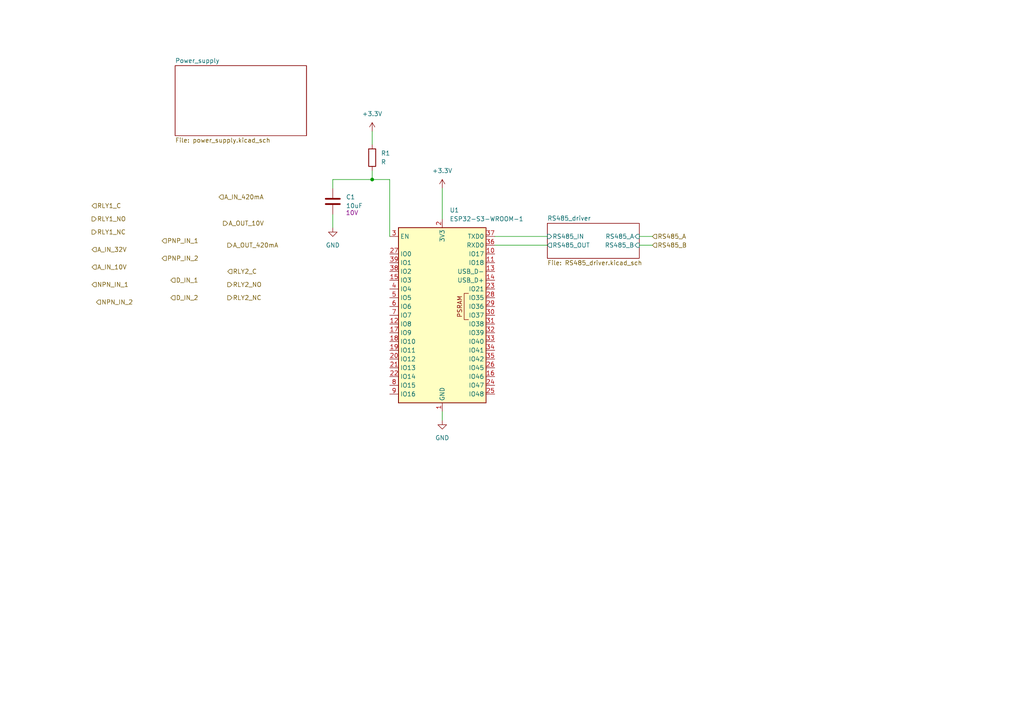
<source format=kicad_sch>
(kicad_sch (version 20250114) (generator "eeschema") (generator_version "9.0")
  (paper "A4")
  (lib_symbols
    (symbol "Device:C" (pin_numbers (hide yes)) (pin_names (offset 0.254))
      (property "Reference" "C" (at 0.635 2.54 0))
      (property "Value" "C" (at 0.635 -2.54 0))
      (symbol "C_0_1"
        (polyline (pts (xy -2.032 0.762) (xy 2.032 0.762)) (stroke (width 0.508)))
        (polyline (pts (xy -2.032 -0.762) (xy 2.032 -0.762)) (stroke (width 0.508)))
      )
      (symbol "C_1_1"
        (pin passive line (at 0 3.81 270) (length 2.794) (name "~") (number "1"))
        (pin passive line (at 0 -3.81 90) (length 2.794) (name "~") (number "2"))
      )
    )
    (symbol "Device:R" (pin_numbers (hide yes)) (pin_names (offset 0))
      (property "Reference" "R" (at 2.032 0 90))
      (property "Value" "R" (at 0 0 90))
      (symbol "R_0_1"
        (rectangle (start -1.016 -2.54) (end 1.016 2.54) (stroke (width 0.254)))
      )
      (symbol "R_1_1"
        (pin passive line (at 0 3.81 270) (length 1.27) (name "~") (number "1"))
        (pin passive line (at 0 -3.81 90) (length 1.27) (name "~") (number "2"))
      )
    )
    (symbol "RF_Module:ESP32-S3-WROOM-1"
      (property "Reference" "U" (at -12.7 26.67 0))
      (property "Value" "ESP32-S3-WROOM-1" (at 12.7 26.67 0))
      (symbol "ESP32-S3-WROOM-1_0_0"
        (rectangle (start -12.7 25.4) (end 12.7 -25.4) (stroke (width 0.254)) (fill (type background)))
        (text "PSRAM" (at 5.08 2.54 900) (effects (font (size 1.27 1.27))))
      )
      (symbol "ESP32-S3-WROOM-1_0_1"
        (polyline (pts (xy 7.62 -1.27) (xy 6.35 -1.27) (xy 6.35 6.35) (xy 7.62 6.35)))
      )
      (symbol "ESP32-S3-WROOM-1_1_1"
        (pin input line (at -15.24 22.86 0) (length 2.54) (name "EN") (number "3"))
        (pin bidirectional line (at -15.24 17.78 0) (length 2.54) (name "IO0") (number "27"))
        (pin bidirectional line (at -15.24 15.24 0) (length 2.54) (name "IO1") (number "39"))
        (pin bidirectional line (at -15.24 12.7 0) (length 2.54) (name "IO2") (number "38"))
        (pin bidirectional line (at -15.24 10.16 0) (length 2.54) (name "IO3") (number "15"))
        (pin bidirectional line (at -15.24 7.62 0) (length 2.54) (name "IO4") (number "4"))
        (pin bidirectional line (at -15.24 5.08 0) (length 2.54) (name "IO5") (number "5"))
        (pin bidirectional line (at -15.24 2.54 0) (length 2.54) (name "IO6") (number "6"))
        (pin bidirectional line (at -15.24 0 0) (length 2.54) (name "IO7") (number "7"))
        (pin bidirectional line (at -15.24 -2.54 0) (length 2.54) (name "IO8") (number "12"))
        (pin bidirectional line (at -15.24 -5.08 0) (length 2.54) (name "IO9") (number "17"))
        (pin bidirectional line (at -15.24 -7.62 0) (length 2.54) (name "IO10") (number "18"))
        (pin bidirectional line (at -15.24 -10.16 0) (length 2.54) (name "IO11") (number "19"))
        (pin bidirectional line (at -15.24 -12.7 0) (length 2.54) (name "IO12") (number "20"))
        (pin bidirectional line (at -15.24 -15.24 0) (length 2.54) (name "IO13") (number "21"))
        (pin bidirectional line (at -15.24 -17.78 0) (length 2.54) (name "IO14") (number "22"))
        (pin bidirectional line (at -15.24 -20.32 0) (length 2.54) (name "IO15") (number "8"))
        (pin bidirectional line (at -15.24 -22.86 0) (length 2.54) (name "IO16") (number "9"))
        (pin power_in line (at 0 27.94 270) (length 2.54) (name "3V3") (number "2"))
        (pin power_in line (at 0 -27.94 90) (length 2.54) (name "GND") (number "1"))
        (pin passive line (at 0 -27.94 90) (length 2.54) (hide yes) (name "GND") (number "40"))
        (pin passive line (at 0 -27.94 90) (length 2.54) (hide yes) (name "GND") (number "41"))
        (pin bidirectional line (at 15.24 22.86 180) (length 2.54) (name "TXD0") (number "37"))
        (pin bidirectional line (at 15.24 20.32 180) (length 2.54) (name "RXD0") (number "36"))
        (pin bidirectional line (at 15.24 17.78 180) (length 2.54) (name "IO17") (number "10"))
        (pin bidirectional line (at 15.24 15.24 180) (length 2.54) (name "IO18") (number "11"))
        (pin bidirectional line (at 15.24 12.7 180) (length 2.54) (name "USB_D-") (number "13"))
        (pin bidirectional line (at 15.24 10.16 180) (length 2.54) (name "USB_D+") (number "14"))
        (pin bidirectional line (at 15.24 7.62 180) (length 2.54) (name "IO21") (number "23"))
        (pin bidirectional line (at 15.24 5.08 180) (length 2.54) (name "IO35") (number "28"))
        (pin bidirectional line (at 15.24 2.54 180) (length 2.54) (name "IO36") (number "29"))
        (pin bidirectional line (at 15.24 0 180) (length 2.54) (name "IO37") (number "30"))
        (pin bidirectional line (at 15.24 -2.54 180) (length 2.54) (name "IO38") (number "31"))
        (pin bidirectional line (at 15.24 -5.08 180) (length 2.54) (name "IO39") (number "32"))
        (pin bidirectional line (at 15.24 -7.62 180) (length 2.54) (name "IO40") (number "33"))
        (pin bidirectional line (at 15.24 -10.16 180) (length 2.54) (name "IO41") (number "34"))
        (pin bidirectional line (at 15.24 -12.7 180) (length 2.54) (name "IO42") (number "35"))
        (pin bidirectional line (at 15.24 -15.24 180) (length 2.54) (name "IO45") (number "26"))
        (pin bidirectional line (at 15.24 -17.78 180) (length 2.54) (name "IO46") (number "16"))
        (pin bidirectional line (at 15.24 -20.32 180) (length 2.54) (name "IO47") (number "24"))
        (pin bidirectional line (at 15.24 -22.86 180) (length 2.54) (name "IO48") (number "25"))
      )
    )
    (symbol "power:+3.3V" (power) (pin_numbers (hide yes)) (pin_names (offset 0) (hide yes))
      (property "Value" "+3.3V" (at 0 3.556 0))
      (symbol "+3.3V_0_1"
        (polyline (pts (xy -0.762 1.27) (xy 0 2.54)))
        (polyline (pts (xy 0 2.54) (xy 0.762 1.27)))
        (polyline (pts (xy 0 0) (xy 0 2.54)))
      )
      (symbol "+3.3V_1_1"
        (pin power_in line (at 0 0 90) (length 0) (name "~") (number "1"))
      )
    )
    (symbol "power:GND" (power) (pin_numbers (hide yes)) (pin_names (offset 0) (hide yes))
      (property "Value" "GND" (at 0 -3.81 0))
      (symbol "GND_0_1"
        (polyline (pts (xy 0 0) (xy 0 -1.27) (xy 1.27 -1.27) (xy 0 -2.54) (xy -1.27 -1.27) (xy 0 -1.27)))
      )
      (symbol "GND_1_1"
        (pin power_in line (at 0 0 270) (length 0) (name "~") (number "1"))
      )
    )
  )
  (junction (at 107.95 52.07))
  (wire (pts (xy 107.95 38.1) (xy 107.95 41.91)))
  (wire (pts (xy 185.42 68.58) (xy 189.23 68.58)))
  (wire (pts (xy 143.51 68.58) (xy 158.75 68.58)))
  (wire (pts (xy 113.03 52.07) (xy 113.03 68.58)))
  (wire (pts (xy 128.27 119.38) (xy 128.27 121.92)))
  (wire (pts (xy 143.51 71.12) (xy 158.75 71.12)))
  (wire (pts (xy 128.27 54.61) (xy 128.27 63.5)))
  (wire (pts (xy 96.52 52.07) (xy 107.95 52.07)))
  (wire (pts (xy 96.52 54.61) (xy 96.52 52.07)))
  (wire (pts (xy 107.95 52.07) (xy 113.03 52.07)))
  (wire (pts (xy 107.95 49.53) (xy 107.95 52.07)))
  (wire (pts (xy 96.52 62.23) (xy 96.52 66.04)))
  (wire (pts (xy 185.42 71.12) (xy 189.23 71.12)))
  (hierarchical_label "RLY2_NO" (shape output) (at 66.04 82.55 0))
  (hierarchical_label "D_IN_1" (shape input) (at 49.53 81.28 0))
  (hierarchical_label "RS485_B" (shape input) (at 189.23 71.12 0))
  (hierarchical_label "D_IN_2" (shape input) (at 49.53 86.36 0))
  (hierarchical_label "A_OUT_420mA" (shape output) (at 66.04 71.12 0))
  (hierarchical_label "RLY1_NO" (shape output) (at 26.67 63.5 0))
  (hierarchical_label "RS485_A" (shape input) (at 189.23 68.58 0))
  (hierarchical_label "NPN_IN_1" (shape input) (at 26.67 82.55 0))
  (hierarchical_label "A_IN_420mA" (shape input) (at 63.5 57.15 0))
  (hierarchical_label "RLY1_C" (shape input) (at 26.67 59.69 0))
  (hierarchical_label "PNP_IN_2" (shape input) (at 46.99 74.93 0))
  (hierarchical_label "RLY1_NC" (shape output) (at 26.67 67.31 0))
  (hierarchical_label "NPN_IN_2" (shape input) (at 27.94 87.63 0))
  (hierarchical_label "A_OUT_10V" (shape output) (at 64.77 64.77 0))
  (hierarchical_label "PNP_IN_1" (shape input) (at 46.99 69.85 0))
  (hierarchical_label "RLY2_NC" (shape output) (at 66.04 86.36 0))
  (hierarchical_label "A_IN_10V" (shape input) (at 26.67 77.47 0))
  (hierarchical_label "A_IN_32V" (shape input) (at 26.67 72.39 0))
  (hierarchical_label "RLY2_C" (shape input) (at 66.04 78.74 0))
  (symbol (lib_id "Device:C") (at 96.52 58.42 0) (unit 1)
    (property "Reference" "C1" (at 100.33 57.1499 0) (effects (justify left)))
    (property "Value" "10uF" (at 100.33 59.6899 0) (effects (justify left)))
    (property "Footprint" "Capacitor_SMD:C_0201_0603Metric" (effects (hide yes)))
    (property "Description" "Unpolarized capacitor" (effects (hide yes)))
    (property "Vol" "10V" (at 102.108 61.722 0))
  )
  (symbol (lib_id "RF_Module:ESP32-S3-WROOM-1") (at 128.27 91.44 0) (unit 1)
    (property "Reference" "U1" (at 130.4133 60.96 0) (effects (justify left)))
    (property "Value" "ESP32-S3-WROOM-1" (at 130.4133 63.5 0) (effects (justify left)))
    (property "Footprint" "RF_Module:ESP32-S3-WROOM-1" (effects (hide yes)))
    (property "Datasheet" "https://www.espressif.com/sites/default/files/documentation/esp32-s3-wroom-1_wroom-1u_datasheet_en.pdf" (effects (hide yes)))
    (property "Description" "RF Module, ESP32-S3 SoC, Wi-Fi 802.11b/g/n, Bluetooth, BLE, 32-bit, 3.3V, onboard antenna, SMD" (effects (hide yes)))
  )
  (symbol (lib_id "Device:R") (at 107.95 45.72 0) (unit 1)
    (property "Reference" "R1" (at 110.49 44.4499 0) (effects (justify left)))
    (property "Value" "R" (at 110.49 46.9899 0) (effects (justify left)))
    (property "Footprint" "Resistor_SMD:R_0201_0603Metric" (effects (hide yes)))
    (property "Description" "Resistor" (effects (hide yes)))
  )
  (symbol (lib_id "power:+3.3V") (at 107.95 38.1 0) (unit 1)
    (property "Reference" "#PWR010" (effects (hide yes)))
    (property "Value" "+3.3V" (at 107.95 33.02 0))
    (property "Description" "Power symbol creates a global label with name \"+3.3V\"" (effects (hide yes)))
  )
  (symbol (lib_id "power:GND") (at 128.27 121.92 0) (unit 1)
    (property "Reference" "#PWR011" (effects (hide yes)))
    (property "Value" "GND" (at 128.27 127 0))
    (property "Description" "Power symbol creates a global label with name \"GND\" , ground" (effects (hide yes)))
  )
  (symbol (lib_id "power:GND") (at 96.52 66.04 0) (unit 1)
    (property "Reference" "#PWR012" (effects (hide yes)))
    (property "Value" "GND" (at 96.52 71.12 0))
    (property "Description" "Power symbol creates a global label with name \"GND\" , ground" (effects (hide yes)))
  )
  (symbol (lib_id "power:+3.3V") (at 128.27 54.61 0) (unit 1)
    (property "Reference" "#PWR09" (effects (hide yes)))
    (property "Value" "+3.3V" (at 128.27 49.53 0))
    (property "Description" "Power symbol creates a global label with name \"+3.3V\"" (effects (hide yes)))
  )
  (sheet (at 158.75 64.77) (size 26.67 10.16) (stroke (width 0.1524))
    (property "Sheetname" "RS485_driver" (at 158.75 64.0584 0) (effects (justify left bottom)))
    (property "Sheetfile" "RS485_driver.kicad_sch" (at 158.75 75.5146 0) (effects (justify left top)))
    (pin "RS485_A" input (at 185.42 68.58 0))
    (pin "RS485_B" input (at 185.42 71.12 0))
    (pin "RS485_IN" input (at 158.75 68.58 180))
    (pin "RS485_OUT" output (at 158.75 71.12 180))
  )
  (sheet (at 50.8 19.05) (size 38.1 20.32) (stroke (width 0.1524))
    (property "Sheetname" "Power_supply" (at 50.8 18.3384 0) (effects (justify left bottom)))
    (property "Sheetfile" "power_supply.kicad_sch" (at 50.8 39.9546 0) (effects (justify left top)))
  )
)
</source>
